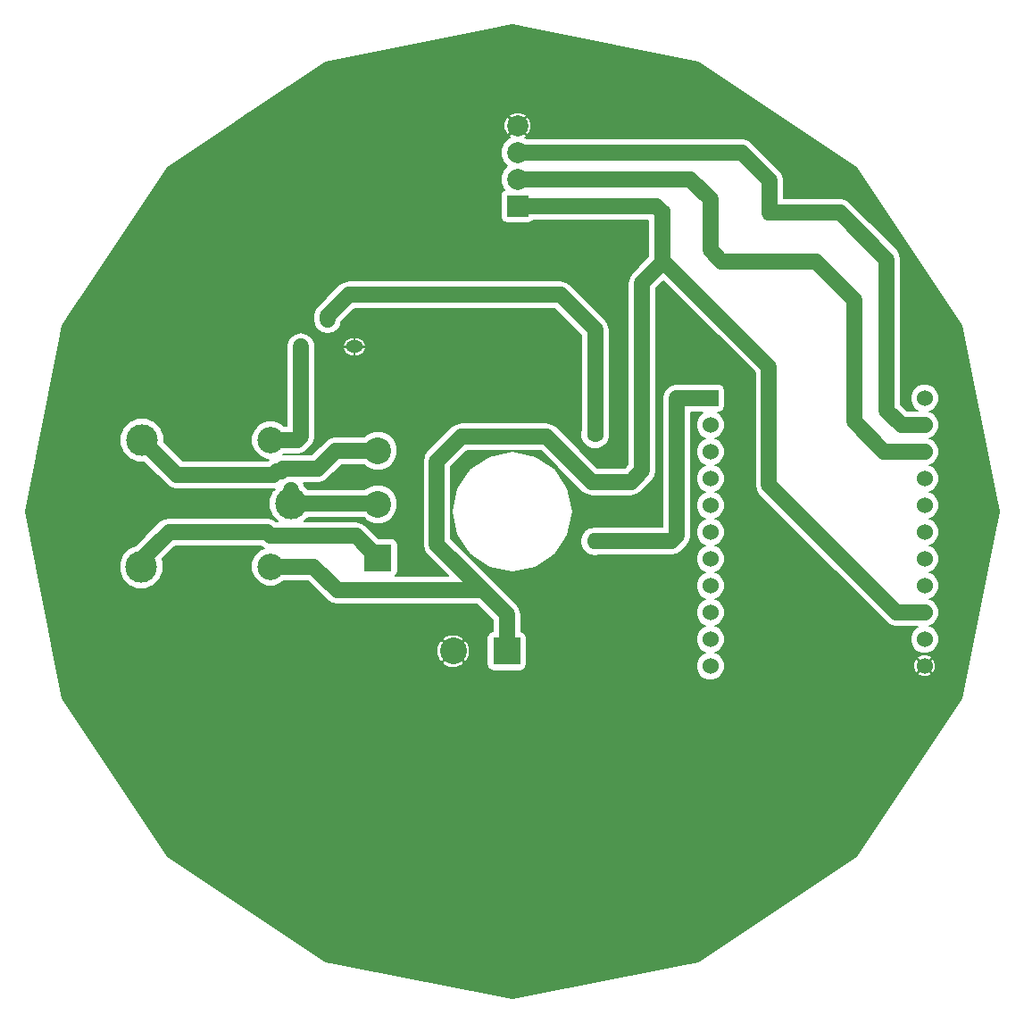
<source format=gbr>
G04 #@! TF.FileFunction,Copper,L2,Bot,Signal*
%FSLAX46Y46*%
G04 Gerber Fmt 4.6, Leading zero omitted, Abs format (unit mm)*
G04 Created by KiCad (PCBNEW 4.0.7) date 2018 May 07, Monday 10:52:03*
%MOMM*%
%LPD*%
G01*
G04 APERTURE LIST*
%ADD10C,0.100000*%
%ADD11R,2.540000X2.540000*%
%ADD12C,2.540000*%
%ADD13R,1.524000X1.524000*%
%ADD14C,1.524000*%
%ADD15R,2.000000X2.000000*%
%ADD16C,2.000000*%
%ADD17O,1.600000X1.200000*%
%ADD18O,1.200000X1.200000*%
%ADD19C,1.600000*%
%ADD20O,1.600000X1.600000*%
%ADD21C,2.500000*%
%ADD22C,3.000000*%
%ADD23C,1.500000*%
%ADD24C,0.200000*%
G04 APERTURE END LIST*
D10*
D11*
X141707000Y-94780000D03*
D12*
X141707000Y-89700000D03*
X141707000Y-84620000D03*
D13*
X173228000Y-79629000D03*
D14*
X193548000Y-79629000D03*
X173228000Y-82169000D03*
X193548000Y-82169000D03*
X173228000Y-84709000D03*
X193548000Y-84709000D03*
X173228000Y-87249000D03*
X193548000Y-87249000D03*
X173228000Y-89789000D03*
X193548000Y-89789000D03*
X173228000Y-92329000D03*
X193548000Y-92329000D03*
X173228000Y-94869000D03*
X193548000Y-94869000D03*
X173228000Y-97409000D03*
X193548000Y-97409000D03*
X173228000Y-99949000D03*
X193548000Y-99949000D03*
X173228000Y-102489000D03*
X193548000Y-102489000D03*
X173228000Y-105029000D03*
X193548000Y-105029000D03*
D15*
X154953000Y-61430000D03*
D16*
X154953000Y-58890000D03*
X154953000Y-56350000D03*
X154953000Y-53810000D03*
D11*
X153924000Y-103632000D03*
D12*
X148844000Y-103632000D03*
D17*
X139484000Y-74765000D03*
D18*
X136944000Y-72225000D03*
X134404000Y-74765000D03*
D19*
X162306000Y-83058000D03*
D20*
X162306000Y-93218000D03*
D19*
X168702000Y-62027000D03*
D20*
X178862000Y-62027000D03*
D19*
X168813000Y-66665000D03*
D20*
X178973000Y-66665000D03*
D21*
X131527000Y-83612000D03*
D22*
X119327000Y-83612000D03*
X119277000Y-95662000D03*
D21*
X131527000Y-95612000D03*
D22*
X133477000Y-89662000D03*
D23*
X119277000Y-95662000D02*
X119277000Y-94967000D01*
X119277000Y-94967000D02*
X121930000Y-92314000D01*
X121930000Y-92314000D02*
X131151000Y-92314000D01*
X131151000Y-92314000D02*
X131542000Y-92705000D01*
X131542000Y-92705000D02*
X139632000Y-92705000D01*
X139632000Y-92705000D02*
X141707000Y-94780000D01*
X133477000Y-89662000D02*
X141669000Y-89662000D01*
X141669000Y-89662000D02*
X141707000Y-89700000D01*
X133477000Y-89662000D02*
X133477000Y-88341000D01*
X141707000Y-84620000D02*
X137694000Y-84620000D01*
X122644000Y-86929000D02*
X119327000Y-83612000D01*
X131755000Y-86929000D02*
X122644000Y-86929000D01*
X132121000Y-86563000D02*
X131755000Y-86929000D01*
X132507000Y-86563000D02*
X132121000Y-86563000D01*
X132710000Y-86360000D02*
X132507000Y-86563000D01*
X133197000Y-86360000D02*
X132710000Y-86360000D01*
X133238000Y-86319000D02*
X133197000Y-86360000D01*
X135995000Y-86319000D02*
X133238000Y-86319000D01*
X137694000Y-84620000D02*
X135995000Y-86319000D01*
X162306000Y-93218000D02*
X169545000Y-93218000D01*
X170053000Y-79629000D02*
X173228000Y-79629000D01*
X170053000Y-92710000D02*
X170053000Y-79629000D01*
X169545000Y-93218000D02*
X170053000Y-92710000D01*
X154953000Y-56350000D02*
X176213000Y-56350000D01*
X178862000Y-58999000D02*
X178862000Y-62027000D01*
X176213000Y-56350000D02*
X178862000Y-58999000D01*
X178862000Y-62027000D02*
X185510000Y-62027000D01*
X191339000Y-82169000D02*
X193548000Y-82169000D01*
X189979000Y-80809000D02*
X191339000Y-82169000D01*
X189979000Y-66496000D02*
X189979000Y-80809000D01*
X185510000Y-62027000D02*
X189979000Y-66496000D01*
X154953000Y-58890000D02*
X171320000Y-58890000D01*
X174289000Y-66665000D02*
X178973000Y-66665000D01*
X173228000Y-65604000D02*
X174289000Y-66665000D01*
X173228000Y-60798000D02*
X173228000Y-65604000D01*
X171320000Y-58890000D02*
X173228000Y-60798000D01*
X178973000Y-66665000D02*
X183213000Y-66665000D01*
X189700000Y-84709000D02*
X193548000Y-84709000D01*
X186868000Y-81877000D02*
X189700000Y-84709000D01*
X186868000Y-70320000D02*
X186868000Y-81877000D01*
X183213000Y-66665000D02*
X186868000Y-70320000D01*
X193548000Y-99949000D02*
X190869000Y-99949000D01*
X178804000Y-76656000D02*
X168813000Y-66665000D01*
X178804000Y-87884000D02*
X178804000Y-76656000D01*
X190869000Y-99949000D02*
X178804000Y-87884000D01*
X131527000Y-95612000D02*
X135594000Y-95612000D01*
X137856000Y-97874000D02*
X151658000Y-97874000D01*
X135594000Y-95612000D02*
X137856000Y-97874000D01*
X154953000Y-61430000D02*
X168105000Y-61430000D01*
X168105000Y-61430000D02*
X168702000Y-62027000D01*
X153924000Y-103632000D02*
X153924000Y-101131000D01*
X153924000Y-101131000D02*
X153924000Y-100140000D01*
X166776000Y-68702000D02*
X168813000Y-66665000D01*
X166776000Y-86501000D02*
X166776000Y-68702000D01*
X165710000Y-87567000D02*
X166776000Y-86501000D01*
X161976000Y-87567000D02*
X165710000Y-87567000D01*
X157708000Y-83299000D02*
X161976000Y-87567000D01*
X149619000Y-83299000D02*
X157708000Y-83299000D01*
X147307000Y-85611000D02*
X149619000Y-83299000D01*
X147307000Y-93523000D02*
X147307000Y-85611000D01*
X153924000Y-100140000D02*
X151658000Y-97874000D01*
X151658000Y-97874000D02*
X147307000Y-93523000D01*
X168702000Y-62027000D02*
X168702000Y-66554000D01*
X168702000Y-66554000D02*
X168813000Y-66665000D01*
X131527000Y-83612000D02*
X134031000Y-83612000D01*
X134404000Y-83239000D02*
X134404000Y-74765000D01*
X134031000Y-83612000D02*
X134404000Y-83239000D01*
X136944000Y-72225000D02*
X136944000Y-71844000D01*
X136944000Y-71844000D02*
X138938000Y-69850000D01*
X138938000Y-69850000D02*
X159004000Y-69850000D01*
X159004000Y-69850000D02*
X162306000Y-73152000D01*
X162306000Y-73152000D02*
X162306000Y-83058000D01*
D24*
G36*
X172093845Y-47784533D02*
X187066835Y-57789165D01*
X197071467Y-72762155D01*
X200584626Y-90424000D01*
X197071467Y-108085845D01*
X187066835Y-123058835D01*
X172093845Y-133063467D01*
X154432000Y-136576626D01*
X136770155Y-133063467D01*
X121797165Y-123058835D01*
X111792533Y-108085845D01*
X111124698Y-104728407D01*
X147782949Y-104728407D01*
X147923437Y-104941577D01*
X148494665Y-105194176D01*
X149119075Y-105208946D01*
X149701607Y-104983642D01*
X149764563Y-104941577D01*
X149905051Y-104728407D01*
X148844000Y-103667355D01*
X147782949Y-104728407D01*
X111124698Y-104728407D01*
X110961325Y-103907075D01*
X147267054Y-103907075D01*
X147492358Y-104489607D01*
X147534423Y-104552563D01*
X147747593Y-104693051D01*
X148808645Y-103632000D01*
X148879355Y-103632000D01*
X149940407Y-104693051D01*
X150153577Y-104552563D01*
X150406176Y-103981335D01*
X150420946Y-103356925D01*
X150195642Y-102774393D01*
X150153577Y-102711437D01*
X149940407Y-102570949D01*
X148879355Y-103632000D01*
X148808645Y-103632000D01*
X147747593Y-102570949D01*
X147534423Y-102711437D01*
X147281824Y-103282665D01*
X147267054Y-103907075D01*
X110961325Y-103907075D01*
X110688521Y-102535593D01*
X147782949Y-102535593D01*
X148844000Y-103596645D01*
X149905051Y-102535593D01*
X149764563Y-102322423D01*
X149193335Y-102069824D01*
X148568925Y-102055054D01*
X147986393Y-102280358D01*
X147923437Y-102322423D01*
X147782949Y-102535593D01*
X110688521Y-102535593D01*
X109404002Y-96077883D01*
X117176637Y-96077883D01*
X117495669Y-96850000D01*
X118085893Y-97441255D01*
X118857452Y-97761634D01*
X119692883Y-97762363D01*
X120465000Y-97443331D01*
X121056255Y-96853107D01*
X121376634Y-96081548D01*
X121377363Y-95246117D01*
X121239858Y-94913330D01*
X122489188Y-93664000D01*
X130593999Y-93664000D01*
X130900837Y-93869022D01*
X130480428Y-94042732D01*
X129959561Y-94562691D01*
X129677321Y-95242398D01*
X129676679Y-95978373D01*
X129957732Y-96658572D01*
X130477691Y-97179439D01*
X131157398Y-97461679D01*
X131893373Y-97462321D01*
X132573572Y-97181268D01*
X132793223Y-96962000D01*
X135034812Y-96962000D01*
X136901406Y-98828594D01*
X137339377Y-99121237D01*
X137856000Y-99224000D01*
X151098812Y-99224000D01*
X152574000Y-100699188D01*
X152574000Y-101765299D01*
X152431654Y-101792083D01*
X152227442Y-101923490D01*
X152090444Y-102123993D01*
X152042246Y-102362000D01*
X152042246Y-104902000D01*
X152084083Y-105124346D01*
X152215490Y-105328558D01*
X152415993Y-105465556D01*
X152654000Y-105513754D01*
X155194000Y-105513754D01*
X155416346Y-105471917D01*
X155620558Y-105340510D01*
X155757556Y-105140007D01*
X155805754Y-104902000D01*
X155805754Y-102362000D01*
X155763917Y-102139654D01*
X155632510Y-101935442D01*
X155432007Y-101798444D01*
X155274000Y-101766447D01*
X155274000Y-100140000D01*
X155171237Y-99623377D01*
X154878594Y-99185406D01*
X148657000Y-92963812D01*
X148657000Y-90424000D01*
X148671835Y-90424000D01*
X149110301Y-92628320D01*
X150358948Y-94497052D01*
X152227680Y-95745699D01*
X154432000Y-96184165D01*
X156636320Y-95745699D01*
X158505052Y-94497052D01*
X159378014Y-93190572D01*
X160906000Y-93190572D01*
X160906000Y-93245428D01*
X161012569Y-93781185D01*
X161316051Y-94235377D01*
X161770243Y-94538859D01*
X162306000Y-94645428D01*
X162695256Y-94568000D01*
X169545000Y-94568000D01*
X170061623Y-94465237D01*
X170499594Y-94172594D01*
X171007594Y-93664595D01*
X171259457Y-93287654D01*
X171300237Y-93226623D01*
X171403000Y-92710000D01*
X171403000Y-80979000D01*
X172348700Y-80979000D01*
X172466000Y-81002754D01*
X172483938Y-81002754D01*
X172457497Y-81013679D01*
X172074026Y-81396482D01*
X171866237Y-81896893D01*
X171865764Y-82438730D01*
X172072679Y-82939503D01*
X172455482Y-83322974D01*
X172734972Y-83439029D01*
X172457497Y-83553679D01*
X172074026Y-83936482D01*
X171866237Y-84436893D01*
X171865764Y-84978730D01*
X172072679Y-85479503D01*
X172455482Y-85862974D01*
X172734972Y-85979029D01*
X172457497Y-86093679D01*
X172074026Y-86476482D01*
X171866237Y-86976893D01*
X171865764Y-87518730D01*
X172072679Y-88019503D01*
X172455482Y-88402974D01*
X172734972Y-88519029D01*
X172457497Y-88633679D01*
X172074026Y-89016482D01*
X171866237Y-89516893D01*
X171865764Y-90058730D01*
X172072679Y-90559503D01*
X172455482Y-90942974D01*
X172734972Y-91059029D01*
X172457497Y-91173679D01*
X172074026Y-91556482D01*
X171866237Y-92056893D01*
X171865764Y-92598730D01*
X172072679Y-93099503D01*
X172455482Y-93482974D01*
X172734972Y-93599029D01*
X172457497Y-93713679D01*
X172074026Y-94096482D01*
X171866237Y-94596893D01*
X171865764Y-95138730D01*
X172072679Y-95639503D01*
X172455482Y-96022974D01*
X172734972Y-96139029D01*
X172457497Y-96253679D01*
X172074026Y-96636482D01*
X171866237Y-97136893D01*
X171865764Y-97678730D01*
X172072679Y-98179503D01*
X172455482Y-98562974D01*
X172734972Y-98679029D01*
X172457497Y-98793679D01*
X172074026Y-99176482D01*
X171866237Y-99676893D01*
X171865764Y-100218730D01*
X172072679Y-100719503D01*
X172455482Y-101102974D01*
X172734972Y-101219029D01*
X172457497Y-101333679D01*
X172074026Y-101716482D01*
X171866237Y-102216893D01*
X171865764Y-102758730D01*
X172072679Y-103259503D01*
X172455482Y-103642974D01*
X172734972Y-103759029D01*
X172457497Y-103873679D01*
X172074026Y-104256482D01*
X171866237Y-104756893D01*
X171865764Y-105298730D01*
X172072679Y-105799503D01*
X172455482Y-106182974D01*
X172955893Y-106390763D01*
X173497730Y-106391236D01*
X173998503Y-106184321D01*
X174381974Y-105801518D01*
X174399593Y-105759085D01*
X192853270Y-105759085D01*
X192931937Y-105919469D01*
X193319601Y-106087443D01*
X193742036Y-106094279D01*
X194134930Y-105938935D01*
X194164063Y-105919469D01*
X194242730Y-105759085D01*
X193548000Y-105064355D01*
X192853270Y-105759085D01*
X174399593Y-105759085D01*
X174589763Y-105301107D01*
X174589831Y-105223036D01*
X192482721Y-105223036D01*
X192638065Y-105615930D01*
X192657531Y-105645063D01*
X192817915Y-105723730D01*
X193512645Y-105029000D01*
X193583355Y-105029000D01*
X194278085Y-105723730D01*
X194438469Y-105645063D01*
X194606443Y-105257399D01*
X194613279Y-104834964D01*
X194457935Y-104442070D01*
X194438469Y-104412937D01*
X194278085Y-104334270D01*
X193583355Y-105029000D01*
X193512645Y-105029000D01*
X192817915Y-104334270D01*
X192657531Y-104412937D01*
X192489557Y-104800601D01*
X192482721Y-105223036D01*
X174589831Y-105223036D01*
X174590236Y-104759270D01*
X174400022Y-104298915D01*
X192853270Y-104298915D01*
X193548000Y-104993645D01*
X194242730Y-104298915D01*
X194164063Y-104138531D01*
X193776399Y-103970557D01*
X193353964Y-103963721D01*
X192961070Y-104119065D01*
X192931937Y-104138531D01*
X192853270Y-104298915D01*
X174400022Y-104298915D01*
X174383321Y-104258497D01*
X174000518Y-103875026D01*
X173721028Y-103758971D01*
X173998503Y-103644321D01*
X174381974Y-103261518D01*
X174589763Y-102761107D01*
X174590236Y-102219270D01*
X174383321Y-101718497D01*
X174000518Y-101335026D01*
X173721028Y-101218971D01*
X173998503Y-101104321D01*
X174381974Y-100721518D01*
X174589763Y-100221107D01*
X174590236Y-99679270D01*
X174383321Y-99178497D01*
X174000518Y-98795026D01*
X173721028Y-98678971D01*
X173998503Y-98564321D01*
X174381974Y-98181518D01*
X174589763Y-97681107D01*
X174590236Y-97139270D01*
X174383321Y-96638497D01*
X174000518Y-96255026D01*
X173721028Y-96138971D01*
X173998503Y-96024321D01*
X174381974Y-95641518D01*
X174589763Y-95141107D01*
X174590236Y-94599270D01*
X174383321Y-94098497D01*
X174000518Y-93715026D01*
X173721028Y-93598971D01*
X173998503Y-93484321D01*
X174381974Y-93101518D01*
X174589763Y-92601107D01*
X174590236Y-92059270D01*
X174383321Y-91558497D01*
X174000518Y-91175026D01*
X173721028Y-91058971D01*
X173998503Y-90944321D01*
X174381974Y-90561518D01*
X174589763Y-90061107D01*
X174590236Y-89519270D01*
X174383321Y-89018497D01*
X174000518Y-88635026D01*
X173721028Y-88518971D01*
X173998503Y-88404321D01*
X174381974Y-88021518D01*
X174589763Y-87521107D01*
X174590236Y-86979270D01*
X174383321Y-86478497D01*
X174000518Y-86095026D01*
X173721028Y-85978971D01*
X173998503Y-85864321D01*
X174381974Y-85481518D01*
X174589763Y-84981107D01*
X174590236Y-84439270D01*
X174383321Y-83938497D01*
X174000518Y-83555026D01*
X173721028Y-83438971D01*
X173998503Y-83324321D01*
X174381974Y-82941518D01*
X174589763Y-82441107D01*
X174590236Y-81899270D01*
X174383321Y-81398497D01*
X174000518Y-81015026D01*
X173970964Y-81002754D01*
X173990000Y-81002754D01*
X174212346Y-80960917D01*
X174416558Y-80829510D01*
X174553556Y-80629007D01*
X174601754Y-80391000D01*
X174601754Y-78867000D01*
X174559917Y-78644654D01*
X174428510Y-78440442D01*
X174228007Y-78303444D01*
X173990000Y-78255246D01*
X172466000Y-78255246D01*
X172339758Y-78279000D01*
X170053000Y-78279000D01*
X169536377Y-78381763D01*
X169098406Y-78674406D01*
X168805763Y-79112377D01*
X168703000Y-79629000D01*
X168703000Y-91868000D01*
X162695256Y-91868000D01*
X162306000Y-91790572D01*
X161770243Y-91897141D01*
X161316051Y-92200623D01*
X161012569Y-92654815D01*
X160906000Y-93190572D01*
X159378014Y-93190572D01*
X159753699Y-92628320D01*
X160192165Y-90424000D01*
X159753699Y-88219680D01*
X158505052Y-86350948D01*
X156636320Y-85102301D01*
X154432000Y-84663835D01*
X152227680Y-85102301D01*
X150358948Y-86350948D01*
X149110301Y-88219680D01*
X148671835Y-90424000D01*
X148657000Y-90424000D01*
X148657000Y-86170188D01*
X150178188Y-84649000D01*
X157148812Y-84649000D01*
X161021406Y-88521594D01*
X161459377Y-88814237D01*
X161976000Y-88917000D01*
X165710000Y-88917000D01*
X166226623Y-88814237D01*
X166664594Y-88521594D01*
X167730594Y-87455594D01*
X168023238Y-87017622D01*
X168126000Y-86501000D01*
X168126000Y-69261188D01*
X168813000Y-68574188D01*
X177454000Y-77215188D01*
X177454000Y-87884000D01*
X177556763Y-88400623D01*
X177761749Y-88707406D01*
X177849406Y-88838594D01*
X189914406Y-100903594D01*
X190352378Y-101196238D01*
X190869000Y-101299000D01*
X192861427Y-101299000D01*
X192777497Y-101333679D01*
X192394026Y-101716482D01*
X192186237Y-102216893D01*
X192185764Y-102758730D01*
X192392679Y-103259503D01*
X192775482Y-103642974D01*
X193275893Y-103850763D01*
X193817730Y-103851236D01*
X194318503Y-103644321D01*
X194701974Y-103261518D01*
X194909763Y-102761107D01*
X194910236Y-102219270D01*
X194703321Y-101718497D01*
X194320518Y-101335026D01*
X194041028Y-101218971D01*
X194318503Y-101104321D01*
X194701974Y-100721518D01*
X194909763Y-100221107D01*
X194910236Y-99679270D01*
X194703321Y-99178497D01*
X194320518Y-98795026D01*
X194041028Y-98678971D01*
X194318503Y-98564321D01*
X194701974Y-98181518D01*
X194909763Y-97681107D01*
X194910236Y-97139270D01*
X194703321Y-96638497D01*
X194320518Y-96255026D01*
X194041028Y-96138971D01*
X194318503Y-96024321D01*
X194701974Y-95641518D01*
X194909763Y-95141107D01*
X194910236Y-94599270D01*
X194703321Y-94098497D01*
X194320518Y-93715026D01*
X194041028Y-93598971D01*
X194318503Y-93484321D01*
X194701974Y-93101518D01*
X194909763Y-92601107D01*
X194910236Y-92059270D01*
X194703321Y-91558497D01*
X194320518Y-91175026D01*
X194041028Y-91058971D01*
X194318503Y-90944321D01*
X194701974Y-90561518D01*
X194909763Y-90061107D01*
X194910236Y-89519270D01*
X194703321Y-89018497D01*
X194320518Y-88635026D01*
X194041028Y-88518971D01*
X194318503Y-88404321D01*
X194701974Y-88021518D01*
X194909763Y-87521107D01*
X194910236Y-86979270D01*
X194703321Y-86478497D01*
X194320518Y-86095026D01*
X194041028Y-85978971D01*
X194318503Y-85864321D01*
X194701974Y-85481518D01*
X194909763Y-84981107D01*
X194910236Y-84439270D01*
X194703321Y-83938497D01*
X194320518Y-83555026D01*
X194041028Y-83438971D01*
X194318503Y-83324321D01*
X194701974Y-82941518D01*
X194909763Y-82441107D01*
X194910236Y-81899270D01*
X194703321Y-81398497D01*
X194320518Y-81015026D01*
X194041028Y-80898971D01*
X194318503Y-80784321D01*
X194701974Y-80401518D01*
X194909763Y-79901107D01*
X194910236Y-79359270D01*
X194703321Y-78858497D01*
X194320518Y-78475026D01*
X193820107Y-78267237D01*
X193278270Y-78266764D01*
X192777497Y-78473679D01*
X192394026Y-78856482D01*
X192186237Y-79356893D01*
X192185764Y-79898730D01*
X192392679Y-80399503D01*
X192775482Y-80782974D01*
X192862242Y-80819000D01*
X191898188Y-80819000D01*
X191329000Y-80249812D01*
X191329000Y-66496000D01*
X191226237Y-65979377D01*
X190933594Y-65541406D01*
X186464593Y-61072405D01*
X186026623Y-60779763D01*
X185510000Y-60677000D01*
X180212000Y-60677000D01*
X180212000Y-58999000D01*
X180109238Y-58482378D01*
X179816594Y-58044406D01*
X177167594Y-55395406D01*
X176729623Y-55102763D01*
X176213000Y-55000000D01*
X155866124Y-55000000D01*
X155860511Y-54994377D01*
X155678714Y-54918888D01*
X155711727Y-54896830D01*
X155819361Y-54711716D01*
X154953000Y-53845355D01*
X154086639Y-54711716D01*
X154194273Y-54896830D01*
X154235925Y-54915087D01*
X154047857Y-54992795D01*
X153597377Y-55442489D01*
X153353278Y-56030344D01*
X153352723Y-56666863D01*
X153595795Y-57255143D01*
X153960257Y-57620242D01*
X153597377Y-57982489D01*
X153353278Y-58570344D01*
X153352723Y-59206863D01*
X153595795Y-59795143D01*
X153688013Y-59887522D01*
X153526442Y-59991490D01*
X153389444Y-60191993D01*
X153341246Y-60430000D01*
X153341246Y-62430000D01*
X153383083Y-62652346D01*
X153514490Y-62856558D01*
X153714993Y-62993556D01*
X153953000Y-63041754D01*
X155953000Y-63041754D01*
X156175346Y-62999917D01*
X156379558Y-62868510D01*
X156440034Y-62780000D01*
X167352000Y-62780000D01*
X167352000Y-66216812D01*
X165821406Y-67747406D01*
X165528763Y-68185377D01*
X165426000Y-68702000D01*
X165426000Y-85941812D01*
X165150812Y-86217000D01*
X162535188Y-86217000D01*
X158662594Y-82344406D01*
X158224623Y-82051763D01*
X157708000Y-81949000D01*
X149619000Y-81949000D01*
X149102378Y-82051762D01*
X148664406Y-82344406D01*
X146352406Y-84656406D01*
X146059763Y-85094377D01*
X145957000Y-85611000D01*
X145957000Y-93523000D01*
X146059763Y-94039623D01*
X146277015Y-94364763D01*
X146352406Y-94477594D01*
X148398812Y-96524000D01*
X143348405Y-96524000D01*
X143403558Y-96488510D01*
X143540556Y-96288007D01*
X143588754Y-96050000D01*
X143588754Y-93510000D01*
X143546917Y-93287654D01*
X143415510Y-93083442D01*
X143215007Y-92946444D01*
X142977000Y-92898246D01*
X141734434Y-92898246D01*
X140586594Y-91750406D01*
X140148623Y-91457763D01*
X139632000Y-91355000D01*
X134753485Y-91355000D01*
X135097084Y-91012000D01*
X140374438Y-91012000D01*
X140646347Y-91284384D01*
X141333402Y-91569674D01*
X142077334Y-91570323D01*
X142764886Y-91286233D01*
X143291384Y-90760653D01*
X143576674Y-90073598D01*
X143577323Y-89329666D01*
X143293233Y-88642114D01*
X142767653Y-88115616D01*
X142080598Y-87830326D01*
X141336666Y-87829677D01*
X140649114Y-88113767D01*
X140450535Y-88312000D01*
X135096613Y-88312000D01*
X134752704Y-87967490D01*
X134724237Y-87824377D01*
X134620417Y-87669000D01*
X135995000Y-87669000D01*
X136511623Y-87566237D01*
X136949594Y-87273594D01*
X138253188Y-85970000D01*
X140412372Y-85970000D01*
X140646347Y-86204384D01*
X141333402Y-86489674D01*
X142077334Y-86490323D01*
X142764886Y-86206233D01*
X143291384Y-85680653D01*
X143576674Y-84993598D01*
X143577323Y-84249666D01*
X143293233Y-83562114D01*
X142767653Y-83035616D01*
X142080598Y-82750326D01*
X141336666Y-82749677D01*
X140649114Y-83033767D01*
X140412468Y-83270000D01*
X137694000Y-83270000D01*
X137177377Y-83372763D01*
X136819334Y-83612000D01*
X136739406Y-83665406D01*
X135435812Y-84969000D01*
X133238000Y-84969000D01*
X133031878Y-85010000D01*
X132745139Y-85010000D01*
X132793223Y-84962000D01*
X134031000Y-84962000D01*
X134547623Y-84859237D01*
X134985594Y-84566594D01*
X135358594Y-84193594D01*
X135651238Y-83755622D01*
X135754000Y-83239000D01*
X135754000Y-74930429D01*
X138399334Y-74930429D01*
X138442941Y-75086318D01*
X138629926Y-75383718D01*
X138916488Y-75586924D01*
X139259000Y-75665000D01*
X139459000Y-75665000D01*
X139459000Y-74790000D01*
X139509000Y-74790000D01*
X139509000Y-75665000D01*
X139709000Y-75665000D01*
X140051512Y-75586924D01*
X140338074Y-75383718D01*
X140525059Y-75086318D01*
X140568666Y-74930429D01*
X140508621Y-74790000D01*
X139509000Y-74790000D01*
X139459000Y-74790000D01*
X138459379Y-74790000D01*
X138399334Y-74930429D01*
X135754000Y-74930429D01*
X135754000Y-74765000D01*
X135721095Y-74599571D01*
X138399334Y-74599571D01*
X138459379Y-74740000D01*
X139459000Y-74740000D01*
X139459000Y-73865000D01*
X139509000Y-73865000D01*
X139509000Y-74740000D01*
X140508621Y-74740000D01*
X140568666Y-74599571D01*
X140525059Y-74443682D01*
X140338074Y-74146282D01*
X140051512Y-73943076D01*
X139709000Y-73865000D01*
X139509000Y-73865000D01*
X139459000Y-73865000D01*
X139259000Y-73865000D01*
X138916488Y-73943076D01*
X138629926Y-74146282D01*
X138442941Y-74443682D01*
X138399334Y-74599571D01*
X135721095Y-74599571D01*
X135651237Y-74248377D01*
X135358594Y-73810406D01*
X134920623Y-73517763D01*
X134404000Y-73415000D01*
X133887377Y-73517763D01*
X133449406Y-73810406D01*
X133156763Y-74248377D01*
X133054000Y-74765000D01*
X133054000Y-82262000D01*
X132793369Y-82262000D01*
X132576309Y-82044561D01*
X131896602Y-81762321D01*
X131160627Y-81761679D01*
X130480428Y-82042732D01*
X129959561Y-82562691D01*
X129677321Y-83242398D01*
X129676679Y-83978373D01*
X129957732Y-84658572D01*
X130477691Y-85179439D01*
X131157398Y-85461679D01*
X131385700Y-85461878D01*
X131259196Y-85546406D01*
X131210415Y-85579000D01*
X123203188Y-85579000D01*
X121426834Y-83802646D01*
X121427363Y-83196117D01*
X121108331Y-82424000D01*
X120518107Y-81832745D01*
X119746548Y-81512366D01*
X118911117Y-81511637D01*
X118139000Y-81830669D01*
X117547745Y-82420893D01*
X117227366Y-83192452D01*
X117226637Y-84027883D01*
X117545669Y-84800000D01*
X118135893Y-85391255D01*
X118907452Y-85711634D01*
X119517979Y-85712167D01*
X121689406Y-87883594D01*
X122127377Y-88176237D01*
X122644000Y-88279000D01*
X131755000Y-88279000D01*
X131923561Y-88245471D01*
X131697745Y-88470893D01*
X131377366Y-89242452D01*
X131376637Y-90077883D01*
X131695669Y-90850000D01*
X132199788Y-91355000D01*
X132099000Y-91355000D01*
X131996083Y-91286233D01*
X131667623Y-91066763D01*
X131151000Y-90964000D01*
X121930000Y-90964000D01*
X121413378Y-91066762D01*
X120975406Y-91359406D01*
X118711252Y-93623560D01*
X118089000Y-93880669D01*
X117497745Y-94470893D01*
X117177366Y-95242452D01*
X117176637Y-96077883D01*
X109404002Y-96077883D01*
X108279374Y-90424000D01*
X111792533Y-72762155D01*
X112406024Y-71844000D01*
X135594000Y-71844000D01*
X135594000Y-72225000D01*
X135696763Y-72741623D01*
X135989406Y-73179594D01*
X136427377Y-73472237D01*
X136944000Y-73575000D01*
X137460623Y-73472237D01*
X137898594Y-73179594D01*
X138191237Y-72741623D01*
X138249755Y-72447433D01*
X139497188Y-71200000D01*
X158444812Y-71200000D01*
X160956000Y-73711188D01*
X160956000Y-82658473D01*
X160906243Y-82778301D01*
X160905757Y-83335256D01*
X161118445Y-83850000D01*
X161511928Y-84244170D01*
X162026301Y-84457757D01*
X162583256Y-84458243D01*
X163098000Y-84245555D01*
X163492170Y-83852072D01*
X163705757Y-83337699D01*
X163706243Y-82780744D01*
X163656000Y-82659147D01*
X163656000Y-73152000D01*
X163553237Y-72635377D01*
X163260594Y-72197406D01*
X159958594Y-68895406D01*
X159520623Y-68602763D01*
X159004000Y-68500000D01*
X138938000Y-68500000D01*
X138421377Y-68602763D01*
X137983406Y-68895406D01*
X135989406Y-70889406D01*
X135696763Y-71327377D01*
X135594000Y-71844000D01*
X112406024Y-71844000D01*
X121797165Y-57789165D01*
X127405187Y-54042004D01*
X153647994Y-54042004D01*
X153836116Y-54523747D01*
X153866170Y-54568727D01*
X154051284Y-54676361D01*
X154917645Y-53810000D01*
X154988355Y-53810000D01*
X155854716Y-54676361D01*
X156039830Y-54568727D01*
X156247452Y-54095060D01*
X156258006Y-53577996D01*
X156069884Y-53096253D01*
X156039830Y-53051273D01*
X155854716Y-52943639D01*
X154988355Y-53810000D01*
X154917645Y-53810000D01*
X154051284Y-52943639D01*
X153866170Y-53051273D01*
X153658548Y-53524940D01*
X153647994Y-54042004D01*
X127405187Y-54042004D01*
X129101919Y-52908284D01*
X154086639Y-52908284D01*
X154953000Y-53774645D01*
X155819361Y-52908284D01*
X155711727Y-52723170D01*
X155238060Y-52515548D01*
X154720996Y-52504994D01*
X154239253Y-52693116D01*
X154194273Y-52723170D01*
X154086639Y-52908284D01*
X129101919Y-52908284D01*
X136770155Y-47784533D01*
X154432000Y-44271374D01*
X172093845Y-47784533D01*
X172093845Y-47784533D01*
G37*
X172093845Y-47784533D02*
X187066835Y-57789165D01*
X197071467Y-72762155D01*
X200584626Y-90424000D01*
X197071467Y-108085845D01*
X187066835Y-123058835D01*
X172093845Y-133063467D01*
X154432000Y-136576626D01*
X136770155Y-133063467D01*
X121797165Y-123058835D01*
X111792533Y-108085845D01*
X111124698Y-104728407D01*
X147782949Y-104728407D01*
X147923437Y-104941577D01*
X148494665Y-105194176D01*
X149119075Y-105208946D01*
X149701607Y-104983642D01*
X149764563Y-104941577D01*
X149905051Y-104728407D01*
X148844000Y-103667355D01*
X147782949Y-104728407D01*
X111124698Y-104728407D01*
X110961325Y-103907075D01*
X147267054Y-103907075D01*
X147492358Y-104489607D01*
X147534423Y-104552563D01*
X147747593Y-104693051D01*
X148808645Y-103632000D01*
X148879355Y-103632000D01*
X149940407Y-104693051D01*
X150153577Y-104552563D01*
X150406176Y-103981335D01*
X150420946Y-103356925D01*
X150195642Y-102774393D01*
X150153577Y-102711437D01*
X149940407Y-102570949D01*
X148879355Y-103632000D01*
X148808645Y-103632000D01*
X147747593Y-102570949D01*
X147534423Y-102711437D01*
X147281824Y-103282665D01*
X147267054Y-103907075D01*
X110961325Y-103907075D01*
X110688521Y-102535593D01*
X147782949Y-102535593D01*
X148844000Y-103596645D01*
X149905051Y-102535593D01*
X149764563Y-102322423D01*
X149193335Y-102069824D01*
X148568925Y-102055054D01*
X147986393Y-102280358D01*
X147923437Y-102322423D01*
X147782949Y-102535593D01*
X110688521Y-102535593D01*
X109404002Y-96077883D01*
X117176637Y-96077883D01*
X117495669Y-96850000D01*
X118085893Y-97441255D01*
X118857452Y-97761634D01*
X119692883Y-97762363D01*
X120465000Y-97443331D01*
X121056255Y-96853107D01*
X121376634Y-96081548D01*
X121377363Y-95246117D01*
X121239858Y-94913330D01*
X122489188Y-93664000D01*
X130593999Y-93664000D01*
X130900837Y-93869022D01*
X130480428Y-94042732D01*
X129959561Y-94562691D01*
X129677321Y-95242398D01*
X129676679Y-95978373D01*
X129957732Y-96658572D01*
X130477691Y-97179439D01*
X131157398Y-97461679D01*
X131893373Y-97462321D01*
X132573572Y-97181268D01*
X132793223Y-96962000D01*
X135034812Y-96962000D01*
X136901406Y-98828594D01*
X137339377Y-99121237D01*
X137856000Y-99224000D01*
X151098812Y-99224000D01*
X152574000Y-100699188D01*
X152574000Y-101765299D01*
X152431654Y-101792083D01*
X152227442Y-101923490D01*
X152090444Y-102123993D01*
X152042246Y-102362000D01*
X152042246Y-104902000D01*
X152084083Y-105124346D01*
X152215490Y-105328558D01*
X152415993Y-105465556D01*
X152654000Y-105513754D01*
X155194000Y-105513754D01*
X155416346Y-105471917D01*
X155620558Y-105340510D01*
X155757556Y-105140007D01*
X155805754Y-104902000D01*
X155805754Y-102362000D01*
X155763917Y-102139654D01*
X155632510Y-101935442D01*
X155432007Y-101798444D01*
X155274000Y-101766447D01*
X155274000Y-100140000D01*
X155171237Y-99623377D01*
X154878594Y-99185406D01*
X148657000Y-92963812D01*
X148657000Y-90424000D01*
X148671835Y-90424000D01*
X149110301Y-92628320D01*
X150358948Y-94497052D01*
X152227680Y-95745699D01*
X154432000Y-96184165D01*
X156636320Y-95745699D01*
X158505052Y-94497052D01*
X159378014Y-93190572D01*
X160906000Y-93190572D01*
X160906000Y-93245428D01*
X161012569Y-93781185D01*
X161316051Y-94235377D01*
X161770243Y-94538859D01*
X162306000Y-94645428D01*
X162695256Y-94568000D01*
X169545000Y-94568000D01*
X170061623Y-94465237D01*
X170499594Y-94172594D01*
X171007594Y-93664595D01*
X171259457Y-93287654D01*
X171300237Y-93226623D01*
X171403000Y-92710000D01*
X171403000Y-80979000D01*
X172348700Y-80979000D01*
X172466000Y-81002754D01*
X172483938Y-81002754D01*
X172457497Y-81013679D01*
X172074026Y-81396482D01*
X171866237Y-81896893D01*
X171865764Y-82438730D01*
X172072679Y-82939503D01*
X172455482Y-83322974D01*
X172734972Y-83439029D01*
X172457497Y-83553679D01*
X172074026Y-83936482D01*
X171866237Y-84436893D01*
X171865764Y-84978730D01*
X172072679Y-85479503D01*
X172455482Y-85862974D01*
X172734972Y-85979029D01*
X172457497Y-86093679D01*
X172074026Y-86476482D01*
X171866237Y-86976893D01*
X171865764Y-87518730D01*
X172072679Y-88019503D01*
X172455482Y-88402974D01*
X172734972Y-88519029D01*
X172457497Y-88633679D01*
X172074026Y-89016482D01*
X171866237Y-89516893D01*
X171865764Y-90058730D01*
X172072679Y-90559503D01*
X172455482Y-90942974D01*
X172734972Y-91059029D01*
X172457497Y-91173679D01*
X172074026Y-91556482D01*
X171866237Y-92056893D01*
X171865764Y-92598730D01*
X172072679Y-93099503D01*
X172455482Y-93482974D01*
X172734972Y-93599029D01*
X172457497Y-93713679D01*
X172074026Y-94096482D01*
X171866237Y-94596893D01*
X171865764Y-95138730D01*
X172072679Y-95639503D01*
X172455482Y-96022974D01*
X172734972Y-96139029D01*
X172457497Y-96253679D01*
X172074026Y-96636482D01*
X171866237Y-97136893D01*
X171865764Y-97678730D01*
X172072679Y-98179503D01*
X172455482Y-98562974D01*
X172734972Y-98679029D01*
X172457497Y-98793679D01*
X172074026Y-99176482D01*
X171866237Y-99676893D01*
X171865764Y-100218730D01*
X172072679Y-100719503D01*
X172455482Y-101102974D01*
X172734972Y-101219029D01*
X172457497Y-101333679D01*
X172074026Y-101716482D01*
X171866237Y-102216893D01*
X171865764Y-102758730D01*
X172072679Y-103259503D01*
X172455482Y-103642974D01*
X172734972Y-103759029D01*
X172457497Y-103873679D01*
X172074026Y-104256482D01*
X171866237Y-104756893D01*
X171865764Y-105298730D01*
X172072679Y-105799503D01*
X172455482Y-106182974D01*
X172955893Y-106390763D01*
X173497730Y-106391236D01*
X173998503Y-106184321D01*
X174381974Y-105801518D01*
X174399593Y-105759085D01*
X192853270Y-105759085D01*
X192931937Y-105919469D01*
X193319601Y-106087443D01*
X193742036Y-106094279D01*
X194134930Y-105938935D01*
X194164063Y-105919469D01*
X194242730Y-105759085D01*
X193548000Y-105064355D01*
X192853270Y-105759085D01*
X174399593Y-105759085D01*
X174589763Y-105301107D01*
X174589831Y-105223036D01*
X192482721Y-105223036D01*
X192638065Y-105615930D01*
X192657531Y-105645063D01*
X192817915Y-105723730D01*
X193512645Y-105029000D01*
X193583355Y-105029000D01*
X194278085Y-105723730D01*
X194438469Y-105645063D01*
X194606443Y-105257399D01*
X194613279Y-104834964D01*
X194457935Y-104442070D01*
X194438469Y-104412937D01*
X194278085Y-104334270D01*
X193583355Y-105029000D01*
X193512645Y-105029000D01*
X192817915Y-104334270D01*
X192657531Y-104412937D01*
X192489557Y-104800601D01*
X192482721Y-105223036D01*
X174589831Y-105223036D01*
X174590236Y-104759270D01*
X174400022Y-104298915D01*
X192853270Y-104298915D01*
X193548000Y-104993645D01*
X194242730Y-104298915D01*
X194164063Y-104138531D01*
X193776399Y-103970557D01*
X193353964Y-103963721D01*
X192961070Y-104119065D01*
X192931937Y-104138531D01*
X192853270Y-104298915D01*
X174400022Y-104298915D01*
X174383321Y-104258497D01*
X174000518Y-103875026D01*
X173721028Y-103758971D01*
X173998503Y-103644321D01*
X174381974Y-103261518D01*
X174589763Y-102761107D01*
X174590236Y-102219270D01*
X174383321Y-101718497D01*
X174000518Y-101335026D01*
X173721028Y-101218971D01*
X173998503Y-101104321D01*
X174381974Y-100721518D01*
X174589763Y-100221107D01*
X174590236Y-99679270D01*
X174383321Y-99178497D01*
X174000518Y-98795026D01*
X173721028Y-98678971D01*
X173998503Y-98564321D01*
X174381974Y-98181518D01*
X174589763Y-97681107D01*
X174590236Y-97139270D01*
X174383321Y-96638497D01*
X174000518Y-96255026D01*
X173721028Y-96138971D01*
X173998503Y-96024321D01*
X174381974Y-95641518D01*
X174589763Y-95141107D01*
X174590236Y-94599270D01*
X174383321Y-94098497D01*
X174000518Y-93715026D01*
X173721028Y-93598971D01*
X173998503Y-93484321D01*
X174381974Y-93101518D01*
X174589763Y-92601107D01*
X174590236Y-92059270D01*
X174383321Y-91558497D01*
X174000518Y-91175026D01*
X173721028Y-91058971D01*
X173998503Y-90944321D01*
X174381974Y-90561518D01*
X174589763Y-90061107D01*
X174590236Y-89519270D01*
X174383321Y-89018497D01*
X174000518Y-88635026D01*
X173721028Y-88518971D01*
X173998503Y-88404321D01*
X174381974Y-88021518D01*
X174589763Y-87521107D01*
X174590236Y-86979270D01*
X174383321Y-86478497D01*
X174000518Y-86095026D01*
X173721028Y-85978971D01*
X173998503Y-85864321D01*
X174381974Y-85481518D01*
X174589763Y-84981107D01*
X174590236Y-84439270D01*
X174383321Y-83938497D01*
X174000518Y-83555026D01*
X173721028Y-83438971D01*
X173998503Y-83324321D01*
X174381974Y-82941518D01*
X174589763Y-82441107D01*
X174590236Y-81899270D01*
X174383321Y-81398497D01*
X174000518Y-81015026D01*
X173970964Y-81002754D01*
X173990000Y-81002754D01*
X174212346Y-80960917D01*
X174416558Y-80829510D01*
X174553556Y-80629007D01*
X174601754Y-80391000D01*
X174601754Y-78867000D01*
X174559917Y-78644654D01*
X174428510Y-78440442D01*
X174228007Y-78303444D01*
X173990000Y-78255246D01*
X172466000Y-78255246D01*
X172339758Y-78279000D01*
X170053000Y-78279000D01*
X169536377Y-78381763D01*
X169098406Y-78674406D01*
X168805763Y-79112377D01*
X168703000Y-79629000D01*
X168703000Y-91868000D01*
X162695256Y-91868000D01*
X162306000Y-91790572D01*
X161770243Y-91897141D01*
X161316051Y-92200623D01*
X161012569Y-92654815D01*
X160906000Y-93190572D01*
X159378014Y-93190572D01*
X159753699Y-92628320D01*
X160192165Y-90424000D01*
X159753699Y-88219680D01*
X158505052Y-86350948D01*
X156636320Y-85102301D01*
X154432000Y-84663835D01*
X152227680Y-85102301D01*
X150358948Y-86350948D01*
X149110301Y-88219680D01*
X148671835Y-90424000D01*
X148657000Y-90424000D01*
X148657000Y-86170188D01*
X150178188Y-84649000D01*
X157148812Y-84649000D01*
X161021406Y-88521594D01*
X161459377Y-88814237D01*
X161976000Y-88917000D01*
X165710000Y-88917000D01*
X166226623Y-88814237D01*
X166664594Y-88521594D01*
X167730594Y-87455594D01*
X168023238Y-87017622D01*
X168126000Y-86501000D01*
X168126000Y-69261188D01*
X168813000Y-68574188D01*
X177454000Y-77215188D01*
X177454000Y-87884000D01*
X177556763Y-88400623D01*
X177761749Y-88707406D01*
X177849406Y-88838594D01*
X189914406Y-100903594D01*
X190352378Y-101196238D01*
X190869000Y-101299000D01*
X192861427Y-101299000D01*
X192777497Y-101333679D01*
X192394026Y-101716482D01*
X192186237Y-102216893D01*
X192185764Y-102758730D01*
X192392679Y-103259503D01*
X192775482Y-103642974D01*
X193275893Y-103850763D01*
X193817730Y-103851236D01*
X194318503Y-103644321D01*
X194701974Y-103261518D01*
X194909763Y-102761107D01*
X194910236Y-102219270D01*
X194703321Y-101718497D01*
X194320518Y-101335026D01*
X194041028Y-101218971D01*
X194318503Y-101104321D01*
X194701974Y-100721518D01*
X194909763Y-100221107D01*
X194910236Y-99679270D01*
X194703321Y-99178497D01*
X194320518Y-98795026D01*
X194041028Y-98678971D01*
X194318503Y-98564321D01*
X194701974Y-98181518D01*
X194909763Y-97681107D01*
X194910236Y-97139270D01*
X194703321Y-96638497D01*
X194320518Y-96255026D01*
X194041028Y-96138971D01*
X194318503Y-96024321D01*
X194701974Y-95641518D01*
X194909763Y-95141107D01*
X194910236Y-94599270D01*
X194703321Y-94098497D01*
X194320518Y-93715026D01*
X194041028Y-93598971D01*
X194318503Y-93484321D01*
X194701974Y-93101518D01*
X194909763Y-92601107D01*
X194910236Y-92059270D01*
X194703321Y-91558497D01*
X194320518Y-91175026D01*
X194041028Y-91058971D01*
X194318503Y-90944321D01*
X194701974Y-90561518D01*
X194909763Y-90061107D01*
X194910236Y-89519270D01*
X194703321Y-89018497D01*
X194320518Y-88635026D01*
X194041028Y-88518971D01*
X194318503Y-88404321D01*
X194701974Y-88021518D01*
X194909763Y-87521107D01*
X194910236Y-86979270D01*
X194703321Y-86478497D01*
X194320518Y-86095026D01*
X194041028Y-85978971D01*
X194318503Y-85864321D01*
X194701974Y-85481518D01*
X194909763Y-84981107D01*
X194910236Y-84439270D01*
X194703321Y-83938497D01*
X194320518Y-83555026D01*
X194041028Y-83438971D01*
X194318503Y-83324321D01*
X194701974Y-82941518D01*
X194909763Y-82441107D01*
X194910236Y-81899270D01*
X194703321Y-81398497D01*
X194320518Y-81015026D01*
X194041028Y-80898971D01*
X194318503Y-80784321D01*
X194701974Y-80401518D01*
X194909763Y-79901107D01*
X194910236Y-79359270D01*
X194703321Y-78858497D01*
X194320518Y-78475026D01*
X193820107Y-78267237D01*
X193278270Y-78266764D01*
X192777497Y-78473679D01*
X192394026Y-78856482D01*
X192186237Y-79356893D01*
X192185764Y-79898730D01*
X192392679Y-80399503D01*
X192775482Y-80782974D01*
X192862242Y-80819000D01*
X191898188Y-80819000D01*
X191329000Y-80249812D01*
X191329000Y-66496000D01*
X191226237Y-65979377D01*
X190933594Y-65541406D01*
X186464593Y-61072405D01*
X186026623Y-60779763D01*
X185510000Y-60677000D01*
X180212000Y-60677000D01*
X180212000Y-58999000D01*
X180109238Y-58482378D01*
X179816594Y-58044406D01*
X177167594Y-55395406D01*
X176729623Y-55102763D01*
X176213000Y-55000000D01*
X155866124Y-55000000D01*
X155860511Y-54994377D01*
X155678714Y-54918888D01*
X155711727Y-54896830D01*
X155819361Y-54711716D01*
X154953000Y-53845355D01*
X154086639Y-54711716D01*
X154194273Y-54896830D01*
X154235925Y-54915087D01*
X154047857Y-54992795D01*
X153597377Y-55442489D01*
X153353278Y-56030344D01*
X153352723Y-56666863D01*
X153595795Y-57255143D01*
X153960257Y-57620242D01*
X153597377Y-57982489D01*
X153353278Y-58570344D01*
X153352723Y-59206863D01*
X153595795Y-59795143D01*
X153688013Y-59887522D01*
X153526442Y-59991490D01*
X153389444Y-60191993D01*
X153341246Y-60430000D01*
X153341246Y-62430000D01*
X153383083Y-62652346D01*
X153514490Y-62856558D01*
X153714993Y-62993556D01*
X153953000Y-63041754D01*
X155953000Y-63041754D01*
X156175346Y-62999917D01*
X156379558Y-62868510D01*
X156440034Y-62780000D01*
X167352000Y-62780000D01*
X167352000Y-66216812D01*
X165821406Y-67747406D01*
X165528763Y-68185377D01*
X165426000Y-68702000D01*
X165426000Y-85941812D01*
X165150812Y-86217000D01*
X162535188Y-86217000D01*
X158662594Y-82344406D01*
X158224623Y-82051763D01*
X157708000Y-81949000D01*
X149619000Y-81949000D01*
X149102378Y-82051762D01*
X148664406Y-82344406D01*
X146352406Y-84656406D01*
X146059763Y-85094377D01*
X145957000Y-85611000D01*
X145957000Y-93523000D01*
X146059763Y-94039623D01*
X146277015Y-94364763D01*
X146352406Y-94477594D01*
X148398812Y-96524000D01*
X143348405Y-96524000D01*
X143403558Y-96488510D01*
X143540556Y-96288007D01*
X143588754Y-96050000D01*
X143588754Y-93510000D01*
X143546917Y-93287654D01*
X143415510Y-93083442D01*
X143215007Y-92946444D01*
X142977000Y-92898246D01*
X141734434Y-92898246D01*
X140586594Y-91750406D01*
X140148623Y-91457763D01*
X139632000Y-91355000D01*
X134753485Y-91355000D01*
X135097084Y-91012000D01*
X140374438Y-91012000D01*
X140646347Y-91284384D01*
X141333402Y-91569674D01*
X142077334Y-91570323D01*
X142764886Y-91286233D01*
X143291384Y-90760653D01*
X143576674Y-90073598D01*
X143577323Y-89329666D01*
X143293233Y-88642114D01*
X142767653Y-88115616D01*
X142080598Y-87830326D01*
X141336666Y-87829677D01*
X140649114Y-88113767D01*
X140450535Y-88312000D01*
X135096613Y-88312000D01*
X134752704Y-87967490D01*
X134724237Y-87824377D01*
X134620417Y-87669000D01*
X135995000Y-87669000D01*
X136511623Y-87566237D01*
X136949594Y-87273594D01*
X138253188Y-85970000D01*
X140412372Y-85970000D01*
X140646347Y-86204384D01*
X141333402Y-86489674D01*
X142077334Y-86490323D01*
X142764886Y-86206233D01*
X143291384Y-85680653D01*
X143576674Y-84993598D01*
X143577323Y-84249666D01*
X143293233Y-83562114D01*
X142767653Y-83035616D01*
X142080598Y-82750326D01*
X141336666Y-82749677D01*
X140649114Y-83033767D01*
X140412468Y-83270000D01*
X137694000Y-83270000D01*
X137177377Y-83372763D01*
X136819334Y-83612000D01*
X136739406Y-83665406D01*
X135435812Y-84969000D01*
X133238000Y-84969000D01*
X133031878Y-85010000D01*
X132745139Y-85010000D01*
X132793223Y-84962000D01*
X134031000Y-84962000D01*
X134547623Y-84859237D01*
X134985594Y-84566594D01*
X135358594Y-84193594D01*
X135651238Y-83755622D01*
X135754000Y-83239000D01*
X135754000Y-74930429D01*
X138399334Y-74930429D01*
X138442941Y-75086318D01*
X138629926Y-75383718D01*
X138916488Y-75586924D01*
X139259000Y-75665000D01*
X139459000Y-75665000D01*
X139459000Y-74790000D01*
X139509000Y-74790000D01*
X139509000Y-75665000D01*
X139709000Y-75665000D01*
X140051512Y-75586924D01*
X140338074Y-75383718D01*
X140525059Y-75086318D01*
X140568666Y-74930429D01*
X140508621Y-74790000D01*
X139509000Y-74790000D01*
X139459000Y-74790000D01*
X138459379Y-74790000D01*
X138399334Y-74930429D01*
X135754000Y-74930429D01*
X135754000Y-74765000D01*
X135721095Y-74599571D01*
X138399334Y-74599571D01*
X138459379Y-74740000D01*
X139459000Y-74740000D01*
X139459000Y-73865000D01*
X139509000Y-73865000D01*
X139509000Y-74740000D01*
X140508621Y-74740000D01*
X140568666Y-74599571D01*
X140525059Y-74443682D01*
X140338074Y-74146282D01*
X140051512Y-73943076D01*
X139709000Y-73865000D01*
X139509000Y-73865000D01*
X139459000Y-73865000D01*
X139259000Y-73865000D01*
X138916488Y-73943076D01*
X138629926Y-74146282D01*
X138442941Y-74443682D01*
X138399334Y-74599571D01*
X135721095Y-74599571D01*
X135651237Y-74248377D01*
X135358594Y-73810406D01*
X134920623Y-73517763D01*
X134404000Y-73415000D01*
X133887377Y-73517763D01*
X133449406Y-73810406D01*
X133156763Y-74248377D01*
X133054000Y-74765000D01*
X133054000Y-82262000D01*
X132793369Y-82262000D01*
X132576309Y-82044561D01*
X131896602Y-81762321D01*
X131160627Y-81761679D01*
X130480428Y-82042732D01*
X129959561Y-82562691D01*
X129677321Y-83242398D01*
X129676679Y-83978373D01*
X129957732Y-84658572D01*
X130477691Y-85179439D01*
X131157398Y-85461679D01*
X131385700Y-85461878D01*
X131259196Y-85546406D01*
X131210415Y-85579000D01*
X123203188Y-85579000D01*
X121426834Y-83802646D01*
X121427363Y-83196117D01*
X121108331Y-82424000D01*
X120518107Y-81832745D01*
X119746548Y-81512366D01*
X118911117Y-81511637D01*
X118139000Y-81830669D01*
X117547745Y-82420893D01*
X117227366Y-83192452D01*
X117226637Y-84027883D01*
X117545669Y-84800000D01*
X118135893Y-85391255D01*
X118907452Y-85711634D01*
X119517979Y-85712167D01*
X121689406Y-87883594D01*
X122127377Y-88176237D01*
X122644000Y-88279000D01*
X131755000Y-88279000D01*
X131923561Y-88245471D01*
X131697745Y-88470893D01*
X131377366Y-89242452D01*
X131376637Y-90077883D01*
X131695669Y-90850000D01*
X132199788Y-91355000D01*
X132099000Y-91355000D01*
X131996083Y-91286233D01*
X131667623Y-91066763D01*
X131151000Y-90964000D01*
X121930000Y-90964000D01*
X121413378Y-91066762D01*
X120975406Y-91359406D01*
X118711252Y-93623560D01*
X118089000Y-93880669D01*
X117497745Y-94470893D01*
X117177366Y-95242452D01*
X117176637Y-96077883D01*
X109404002Y-96077883D01*
X108279374Y-90424000D01*
X111792533Y-72762155D01*
X112406024Y-71844000D01*
X135594000Y-71844000D01*
X135594000Y-72225000D01*
X135696763Y-72741623D01*
X135989406Y-73179594D01*
X136427377Y-73472237D01*
X136944000Y-73575000D01*
X137460623Y-73472237D01*
X137898594Y-73179594D01*
X138191237Y-72741623D01*
X138249755Y-72447433D01*
X139497188Y-71200000D01*
X158444812Y-71200000D01*
X160956000Y-73711188D01*
X160956000Y-82658473D01*
X160906243Y-82778301D01*
X160905757Y-83335256D01*
X161118445Y-83850000D01*
X161511928Y-84244170D01*
X162026301Y-84457757D01*
X162583256Y-84458243D01*
X163098000Y-84245555D01*
X163492170Y-83852072D01*
X163705757Y-83337699D01*
X163706243Y-82780744D01*
X163656000Y-82659147D01*
X163656000Y-73152000D01*
X163553237Y-72635377D01*
X163260594Y-72197406D01*
X159958594Y-68895406D01*
X159520623Y-68602763D01*
X159004000Y-68500000D01*
X138938000Y-68500000D01*
X138421377Y-68602763D01*
X137983406Y-68895406D01*
X135989406Y-70889406D01*
X135696763Y-71327377D01*
X135594000Y-71844000D01*
X112406024Y-71844000D01*
X121797165Y-57789165D01*
X127405187Y-54042004D01*
X153647994Y-54042004D01*
X153836116Y-54523747D01*
X153866170Y-54568727D01*
X154051284Y-54676361D01*
X154917645Y-53810000D01*
X154988355Y-53810000D01*
X155854716Y-54676361D01*
X156039830Y-54568727D01*
X156247452Y-54095060D01*
X156258006Y-53577996D01*
X156069884Y-53096253D01*
X156039830Y-53051273D01*
X155854716Y-52943639D01*
X154988355Y-53810000D01*
X154917645Y-53810000D01*
X154051284Y-52943639D01*
X153866170Y-53051273D01*
X153658548Y-53524940D01*
X153647994Y-54042004D01*
X127405187Y-54042004D01*
X129101919Y-52908284D01*
X154086639Y-52908284D01*
X154953000Y-53774645D01*
X155819361Y-52908284D01*
X155711727Y-52723170D01*
X155238060Y-52515548D01*
X154720996Y-52504994D01*
X154239253Y-52693116D01*
X154194273Y-52723170D01*
X154086639Y-52908284D01*
X129101919Y-52908284D01*
X136770155Y-47784533D01*
X154432000Y-44271374D01*
X172093845Y-47784533D01*
M02*

</source>
